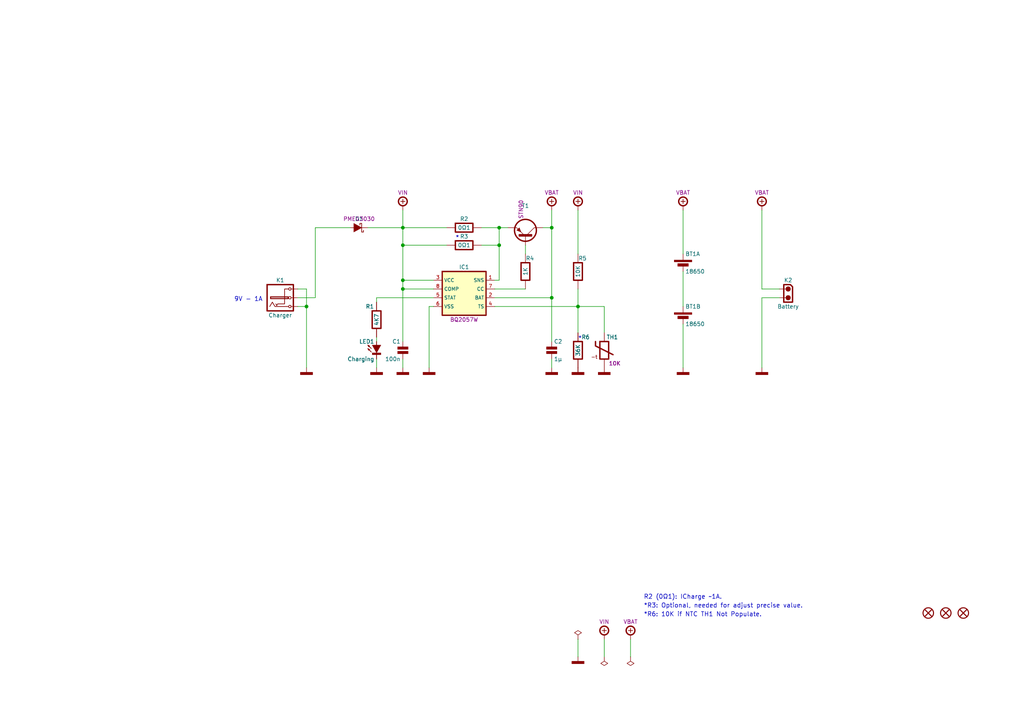
<source format=kicad_sch>
(kicad_sch (version 20211123) (generator eeschema)
  (paper "A4")
  (title_block (title "TBOT - Charger 2x18650") (date "01/2022") (rev "A"))
  (lib_symbols
    (symbol "tronixio:C-1206" (pin_numbers hide) (pin_names (offset 0) hide)
      (property "Reference" "C" (at 0.635 2.54 0))
      (property "Value" "C-1206" (at 0.635 -2.54 0))
      (symbol "C-1206_0_1"
        (rectangle (start -1.524 -0.254) (end 1.524 -1.016) (stroke (width 0.001)) (fill (type outline)))
        (rectangle (start -1.524 1.016) (end 1.524 0.254) (stroke (width 0.001)) (fill (type outline)))
      )
      (symbol "C-1206_1_1"
        (pin passive line (at 0 2.54 270) (length 1.905) (name "~") (number "1"))
        (pin passive line (at 0 -2.54 90) (length 1.905) (name "~") (number "2"))
      )
    )
    (symbol "tronixio:CUI-PJ-102AH-TH" (pin_numbers hide) (pin_names (offset 0) hide)
      (property "Reference" "K" (at 0 5.08 0))
      (property "Value" "CUI-PJ-102AH-TH" (at 0 -5.08 0))
      (symbol "CUI-PJ-102AH-TH_0_1"
        (rectangle (start -3.81 -3.81) (end 3.81 3.81) (stroke (width 0.4)))
        (rectangle (start -2.794 0.254) (end 2.286 -0.254) (stroke (width 0.3)))
        (polyline (pts (xy -3.048 -2.54) (xy -2.286 -1.27) (xy -1.524 -2.54) (xy 2.286 -2.54)) (stroke (width 0.2)))
        (polyline (pts (xy -1.27 -1.778) (xy -1.016 -2.286) (xy -0.762 -1.778) (xy 1.27 -1.778) (xy 1.27 2.54) (xy 2.286 2.54)) (stroke (width 0.2)))
        (circle (center 2.794 -2.54) (radius 0.3592) (stroke (width 0.2)))
        (circle (center 2.794 0) (radius 0.3592) (stroke (width 0.2)))
        (circle (center 2.794 2.54) (radius 0.3592) (stroke (width 0.2)))
      )
      (symbol "CUI-PJ-102AH-TH_1_1"
        (pin passive line (at 5.08 0 180) (length 1.905) (name "~") (number "1"))
        (pin passive line (at 5.08 -2.54 180) (length 1.905) (name "~") (number "2"))
        (pin passive line (at 5.08 2.54 180) (length 1.905) (name "~") (number "3"))
      )
    )
    (symbol "tronixio:KEYSTONE-1049" (pin_numbers hide) (pin_names (offset 0) hide)
      (property "Reference" "BT" (at -1.27 2.54 0))
      (property "Value" "KEYSTONE-1049" (at -1.27 -2.54 0))
      (symbol "KEYSTONE-1049_0_1"
        (rectangle (start -2.54 0.762) (end 2.54 0.254) (fill (type outline)))
        (rectangle (start -1.524 -0.254) (end 1.524 -1.016) (fill (type outline)))
      )
      (symbol "KEYSTONE-1049_1_1"
        (pin passive line (at 0 -2.54 90) (length 1.905) (name "-") (number "1"))
        (pin passive line (at 0 2.54 270) (length 1.905) (name "+") (number "2"))
      )
      (symbol "KEYSTONE-1049_2_1"
        (pin passive line (at 0 -2.54 90) (length 1.905) (name "-") (number "3"))
        (pin passive line (at 0 2.54 270) (length 1.905) (name "+") (number "4"))
      )
    )
    (symbol "tronixio:LED-1206-PURPLE" (pin_numbers hide) (pin_names (offset 0) hide)
      (property "Reference" "LED" (at 0 -2.54 0))
      (property "Value" "LED-1206-PURPLE" (at 0 -5.08 0))
      (symbol "LED-1206-PURPLE_0_1"
        (rectangle (start -1.27 1.27) (end -0.762 -1.27) (stroke (width 0.001)) (fill (type outline)))
        (polyline (pts (xy 1.524 -1.27) (xy 1.524 1.27) (xy -0.762 0) (xy 1.524 -1.27)) (stroke (width 0.001)) (fill (type outline)))
        (polyline (pts (xy -0.508 1.524) (xy 0.508 2.54) (xy 0.254 2.032) (xy 0 2.286) (xy 0.508 2.54)) (stroke (width 0.2)))
        (polyline (pts (xy 0.508 1.524) (xy 1.524 2.54) (xy 1.27 2.032) (xy 1.016 2.286) (xy 1.524 2.54)) (stroke (width 0.2)))
      )
      (symbol "LED-1206-PURPLE_1_1"
        (pin passive line (at -2.54 0 0) (length 1.27) (name "K") (number "1"))
        (pin passive line (at 2.54 0 180) (length 1.27) (name "A") (number "2"))
      )
    )
    (symbol "tronixio:MOLEX-MINI-SPOX-02-RIGHT-ANGLE" (pin_numbers hide) (pin_names (offset 0) hide)
      (property "Reference" "K" (at 0 2.54 0))
      (property "Value" "MOLEX-MINI-SPOX-02-RIGHT-ANGLE" (at 0 -5.08 0))
      (symbol "MOLEX-MINI-SPOX-02-RIGHT-ANGLE_0_1"
        (circle (center 0 -2.54) (radius 0.635) (stroke (width 0.2)) (fill (type outline)))
        (polyline (pts (xy -1.27 -3.81) (xy 1.27 -3.81) (xy 1.27 0.635) (xy 0.635 1.27) (xy -1.27 1.27) (xy -1.27 -3.81)) (stroke (width 0.4)))
        (circle (center 0 0) (radius 0.635) (stroke (width 0.2)) (fill (type outline)))
      )
      (symbol "MOLEX-MINI-SPOX-02-RIGHT-ANGLE_1_1"
        (pin passive line (at -2.54 0 0) (length 1.905) (name "1") (number "1"))
        (pin passive line (at -2.54 -2.54 0) (length 1.905) (name "2") (number "2"))
      )
    )
    (symbol "tronixio:MOUNTING-HOLE-MASK-3MM" (pin_numbers hide) (pin_names (offset 0) hide)
      (symbol "MOUNTING-HOLE-MASK-3MM_0_1"
        (polyline (pts (xy -1.016 -1.016) (xy 1.016 1.016)) (stroke (width 0.3)))
        (polyline (pts (xy 1.016 -1.016) (xy -1.016 1.016)) (stroke (width 0.3)))
        (circle (center 0 0) (radius 1.524) (stroke (width 0.3)))
      )
    )
    (symbol "tronixio:NEXPERIA-PMEG3030" (pin_numbers hide) (pin_names (offset 0) hide)
      (property "Reference" "D" (at 0 2.54 0))
      (property "Name" "PMEG3030" (at 0 -2.54 0))
      (symbol "NEXPERIA-PMEG3030_0_1"
        (polyline (pts (xy 1.524 -1.27) (xy 1.524 1.27) (xy -0.762 0) (xy 1.524 -1.27)) (stroke (width 0.001)) (fill (type outline)))
        (polyline (pts (xy -0.254 -0.762) (xy -0.254 -1.27) (xy -0.762 -1.27) (xy -0.762 1.27) (xy -1.27 1.27) (xy -1.27 0.762)) (stroke (width 0.2)))
      )
      (symbol "NEXPERIA-PMEG3030_1_1"
        (pin passive line (at -2.54 0 0) (length 1.905) (name "C") (number "1"))
        (pin passive line (at 2.54 0 180) (length 1.27) (name "A") (number "2"))
      )
    )
    (symbol "tronixio:POWER-GND" (power) (pin_numbers hide) (pin_names (offset 0) hide)
      (symbol "POWER-GND_0_1"
        (rectangle (start -1.778 -2.032) (end 1.778 -1.27) (stroke (width 0.001)) (fill (type outline)))
      )
      (symbol "POWER-GND_1_1"
        (pin power_in line (at 0 0 270) (length 1.27) (name "GND") (number "1"))
      )
    )
    (symbol "tronixio:POWER-VBAT" (power) (pin_numbers hide) (pin_names (offset 0) hide)
      (property "Name" "VBAT" (at 0 5.08 0))
      (symbol "POWER-VBAT_0_1"
        (polyline (pts (xy -0.635 2.54) (xy 0.635 2.54)) (stroke (width 0.2)))
        (polyline (pts (xy 0 1.905) (xy 0 3.175)) (stroke (width 0.2)))
        (circle (center 0 2.54) (radius 1.27) (stroke (width 0.4)))
      )
      (symbol "POWER-VBAT_1_1"
        (pin power_in line (at 0 0 90) (length 1.27) (name "VBAT") (number "1"))
      )
    )
    (symbol "tronixio:POWER-VIN" (power) (pin_numbers hide) (pin_names (offset 0) hide)
      (property "Name" "VIN" (at 0 5.08 0))
      (symbol "POWER-VIN_0_1"
        (polyline (pts (xy -0.635 2.54) (xy 0.635 2.54)) (stroke (width 0.2)))
        (polyline (pts (xy 0 1.905) (xy 0 3.175)) (stroke (width 0.2)))
        (circle (center 0 2.54) (radius 1.27) (stroke (width 0.4)))
      )
      (symbol "POWER-VIN_1_1"
        (pin power_in line (at 0 0 90) (length 1.27) (name "VIN") (number "1"))
      )
    )
    (symbol "tronixio:PWR_FLAG" (power) (pin_numbers hide) (pin_names (offset 0) hide)
      (symbol "PWR_FLAG_0_0"
        (pin power_out line (at 0 0 90) (length 0) (name "pwr") (number "1"))
      )
      (symbol "PWR_FLAG_0_1"
        (polyline (pts (xy 0 0) (xy 0 1.27) (xy -1.016 1.905) (xy 0 2.54) (xy 1.016 1.905) (xy 0 1.27)))
      )
    )
    (symbol "tronixio:R-1206" (pin_numbers hide) (pin_names (offset 0) hide)
      (property "Reference" "R" (at 2.54 0 90))
      (property "Value" "R-1206" (at 0 0 90))
      (symbol "R-1206_0_1"
        (rectangle (start -1.27 -2.54) (end 1.27 2.54) (stroke (width 0.4)))
      )
      (symbol "R-1206_1_1"
        (pin passive line (at 0 5.08 270) (length 2.54) (name "~") (number "1"))
        (pin passive line (at 0 -5.08 90) (length 2.54) (name "~") (number "2"))
      )
    )
    (symbol "tronixio:R-1210" (pin_numbers hide) (pin_names (offset 0) hide)
      (property "Reference" "R" (at 2.54 0 90))
      (property "Value" "R-1210" (at 0 0 90))
      (symbol "R-1210_0_1"
        (rectangle (start -1.27 -2.54) (end 1.27 2.54) (stroke (width 0.4)))
      )
      (symbol "R-1210_1_1"
        (pin passive line (at 0 5.08 270) (length 2.54) (name "~") (number "1"))
        (pin passive line (at 0 -5.08 90) (length 2.54) (name "~") (number "2"))
      )
    )
    (symbol "tronixio:ST-STN790A" (pin_numbers hide) (pin_names (offset 0) hide)
      (property "Reference" "Q" (at 5.08 1.27 0))
      (property "Name" "STN90" (at 5.08 -1.27 0))
      (symbol "ST-STN790A_0_1"
        (polyline (pts (xy 0.635 0.635) (xy 2.54 2.54)))
        (polyline (pts (xy 0.635 -0.635) (xy 2.54 -2.54) (xy 2.54 -2.54)))
        (polyline (pts (xy 1.27 -1.27) (xy 2.54 -1.778) (xy 1.778 -2.54) (xy 1.27 -1.27)) (stroke (width 0.001)) (fill (type outline)))
        (rectangle (start 0 1.905) (end 0.635 -1.905) (stroke (width 0.1)) (fill (type outline)))
        (circle (center 1.778 0) (radius 3.175) (stroke (width 0.4)))
      )
      (symbol "ST-STN790A_1_1"
        (pin input line (at -2.54 0 0) (length 2.54) (name "B") (number "1"))
        (pin passive line (at 2.54 5.08 270) (length 2.54) (name "C") (number "2"))
        (pin passive line (at 2.54 -5.08 90) (length 2.54) (name "E") (number "3"))
      )
    )
    (symbol "tronixio:THERMISTOR-NTC-10K" (pin_numbers hide) (pin_names (offset 0) hide)
      (property "Reference" "TH" (at 1.27 3.81 0))
      (property "Name" "10K" (at 1.27 -3.81 0))
      (symbol "THERMISTOR-NTC-10K_0_0"
        (text "-t" (at -1.905 -1.905 0) (effects (font (size 1 1)) (justify right)))
      )
      (symbol "THERMISTOR-NTC-10K_0_1"
        (rectangle (start -1.27 -2.54) (end 1.27 2.54) (stroke (width 0.4)))
        (polyline (pts (xy -2.54 2.54) (xy -2.54 1.27) (xy 2.54 -1.27)) (stroke (width 0.4)))
      )
      (symbol "THERMISTOR-NTC-10K_1_1"
        (pin passive line (at 0 5.08 270) (length 2.54) (name "~") (number "1"))
        (pin passive line (at 0 -5.08 90) (length 2.54) (name "~") (number "2"))
      )
    )
    (symbol "tronixio:TI-BQ2057W" (pin_names (offset 0.5))
      (property "Reference" "IC" (at 0 7.62 0))
      (property "Name" "BQ2057W" (at 0 -7.62 0))
      (symbol "TI-BQ2057W_0_1"
        (rectangle (start -6.35 -6.35) (end 6.35 6.35) (stroke (width 0.4)) (fill (type background)))
      )
      (symbol "TI-BQ2057W_1_1"
        (pin input line (at 8.89 3.81 180) (length 2.54) (name "SNS") (number "1"))
        (pin input line (at 8.89 -1.27 180) (length 2.54) (name "BAT") (number "2"))
        (pin power_in line (at -8.89 3.81 0) (length 2.54) (name "VCC") (number "3"))
        (pin input line (at 8.89 -3.81 180) (length 2.54) (name "TS") (number "4"))
        (pin open_collector line (at -8.89 -1.27 0) (length 2.54) (name "STAT") (number "5"))
        (pin power_in line (at -8.89 -3.81 0) (length 2.54) (name "VSS") (number "6"))
        (pin output line (at 8.89 1.27 180) (length 2.54) (name "CC") (number "7"))
        (pin input line (at -8.89 1.27 0) (length 2.54) (name "COMP") (number "8"))
      )
    )
  )
  (junction (at 116.84 66.04) (diameter 0.9144))
  (junction (at 116.84 83.82) (diameter 0.9144))
  (junction (at 144.78 71.12) (diameter 0.9144))
  (junction (at 88.9 88.9) (diameter 0.9144))
  (junction (at 116.84 81.28) (diameter 0.9144))
  (junction (at 167.64 88.9) (diameter 0.9144))
  (junction (at 116.84 71.12) (diameter 0.9144))
  (junction (at 144.78 66.04) (diameter 0.9144))
  (junction (at 160.02 66.04) (diameter 0.9144))
  (junction (at 160.02 86.36) (diameter 0.9144))
  (wire (pts (xy 167.64 88.9) (xy 175.26 88.9)))
  (wire (pts (xy 175.26 96.52) (xy 175.26 88.9)))
  (wire (pts (xy 91.44 66.04) (xy 91.44 86.36)))
  (wire (pts (xy 144.78 71.12) (xy 144.78 81.28)))
  (wire (pts (xy 109.22 97.79) (xy 109.22 99.06)))
  (wire (pts (xy 220.98 86.36) (xy 226.06 86.36)))
  (wire (pts (xy 143.51 81.28) (xy 144.78 81.28)))
  (wire (pts (xy 143.51 88.9) (xy 167.64 88.9)))
  (wire (pts (xy 116.84 60.96) (xy 116.84 66.04)))
  (wire (pts (xy 116.84 66.04) (xy 116.84 71.12)))
  (wire (pts (xy 116.84 71.12) (xy 116.84 81.28)))
  (wire (pts (xy 182.88 185.42) (xy 182.88 190.5)))
  (wire (pts (xy 106.68 66.04) (xy 116.84 66.04)))
  (wire (pts (xy 116.84 104.14) (xy 116.84 106.68)))
  (wire (pts (xy 220.98 86.36) (xy 220.98 106.68)))
  (wire (pts (xy 124.46 88.9) (xy 124.46 106.68)))
  (wire (pts (xy 125.73 88.9) (xy 124.46 88.9)))
  (wire (pts (xy 116.84 83.82) (xy 125.73 83.82)))
  (wire (pts (xy 116.84 81.28) (xy 116.84 83.82)))
  (wire (pts (xy 125.73 81.28) (xy 116.84 81.28)))
  (wire (pts (xy 143.51 86.36) (xy 160.02 86.36)))
  (wire (pts (xy 86.36 86.36) (xy 91.44 86.36)))
  (wire (pts (xy 160.02 104.14) (xy 160.02 106.68)))
  (wire (pts (xy 143.51 83.82) (xy 152.4 83.82)))
  (wire (pts (xy 198.12 60.96) (xy 198.12 73.66)))
  (wire (pts (xy 139.7 66.04) (xy 144.78 66.04)))
  (wire (pts (xy 144.78 66.04) (xy 147.32 66.04)))
  (wire (pts (xy 198.12 78.74) (xy 198.12 88.9)))
  (wire (pts (xy 167.64 60.96) (xy 167.64 73.66)))
  (wire (pts (xy 157.48 66.04) (xy 160.02 66.04)))
  (wire (pts (xy 220.98 60.96) (xy 220.98 83.82)))
  (wire (pts (xy 160.02 86.36) (xy 160.02 99.06)))
  (wire (pts (xy 116.84 71.12) (xy 129.54 71.12)))
  (wire (pts (xy 175.26 185.42) (xy 175.26 190.5)))
  (wire (pts (xy 109.22 86.36) (xy 109.22 87.63)))
  (wire (pts (xy 152.4 71.12) (xy 152.4 73.66)))
  (wire (pts (xy 220.98 83.82) (xy 226.06 83.82)))
  (wire (pts (xy 198.12 93.98) (xy 198.12 106.68)))
  (wire (pts (xy 91.44 66.04) (xy 101.6 66.04)))
  (wire (pts (xy 86.36 83.82) (xy 88.9 83.82)))
  (wire (pts (xy 88.9 83.82) (xy 88.9 88.9)))
  (wire (pts (xy 88.9 88.9) (xy 88.9 106.68)))
  (wire (pts (xy 86.36 88.9) (xy 88.9 88.9)))
  (wire (pts (xy 167.64 185.42) (xy 167.64 190.5)))
  (wire (pts (xy 139.7 71.12) (xy 144.78 71.12)))
  (wire (pts (xy 144.78 71.12) (xy 144.78 66.04)))
  (wire (pts (xy 167.64 83.82) (xy 167.64 88.9)))
  (wire (pts (xy 167.64 88.9) (xy 167.64 96.52)))
  (wire (pts (xy 125.73 86.36) (xy 109.22 86.36)))
  (wire (pts (xy 160.02 60.96) (xy 160.02 66.04)))
  (wire (pts (xy 160.02 66.04) (xy 160.02 86.36)))
  (wire (pts (xy 109.22 104.14) (xy 109.22 106.68)))
  (wire (pts (xy 116.84 66.04) (xy 129.54 66.04)))
  (wire (pts (xy 116.84 83.82) (xy 116.84 99.06)))
  (text "R2 (0Ω1): ICharge ~1A." (at 186.69 173.99 0) (effects (font (size 1.27 1.27)) (justify left bottom)))
  (text "*" (at 132.08 69.85 0) (effects (font (size 1.27 1.27)) (justify left bottom)))
  (text "*R3: Optional, needed for adjust precise value." (at 186.69 176.53 0) (effects (font (size 1.27 1.27)) (justify left bottom)))
  (text "9V - 1A" (at 76.2 87.63 180) (effects (font (size 1.27 1.27)) (justify right bottom)))
  (text "*" (at 167.64 99.06 0) (effects (font (size 1.27 1.27)) (justify left bottom)))
  (text "*R6: 10K if NTC TH1 Not Populate." (at 186.69 179.07 0) (effects (font (size 1.27 1.27)) (justify left bottom)))
  (symbol (lib_id "tronixio:R-1206") (at 152.4 78.74 180) (unit 1)
    (property "Reference" "R4" (at 154.94 74.93 0) (effects (font (size 1.15 1.15)) (justify left)))
    (property "Value" "1K" (at 152.4 78.74 90) (effects (font (size 1.15 1.15))))
    (property "Footprint" "tronixio:RESISTOR-1206" (effects hide))
  )
  (symbol (lib_id "tronixio:POWER-GND") (at 167.64 106.68 0) (unit 1)
    (property "Reference" "#PWR010" (effects hide))
    (property "Value" "POWER-GND" (effects hide))
  )
  (symbol (lib_id "tronixio:KEYSTONE-1049") (at 198.12 76.2 0) (unit 1)
    (property "Reference" "BT1" (at 198.755 73.66 0) (effects (font (size 1.15 1.15)) (justify left)))
    (property "Value" "18650" (at 198.755 78.74 0) (effects (font (size 1.15 1.15)) (justify left)))
    (property "Footprint" "tronixio:KEYSTONE-1049" (effects hide))
    (property "Datasheet" "http://www.keyelco.com/product.cfm/product_id/921" (effects hide))
    (property "Mouser" "534-1049" (effects hide))
  )
  (symbol (lib_id "tronixio:POWER-VBAT") (at 160.02 60.96 0) (unit 1)
    (property "Reference" "#PWR07" (effects hide))
    (property "Value" "POWER-VBAT" (effects hide))
    (property "Name" "VBAT" (at 160.02 55.88 0) (effects (font (size 1.15 1.15))))
  )
  (symbol (lib_id "tronixio:TI-BQ2057W") (at 134.62 85.09 0) (unit 1)
    (property "Reference" "IC1" (at 134.62 77.47 0) (effects (font (size 1.15 1.15))))
    (property "Value" "BQ2057W" (effects hide))
    (property "Footprint" "tronixio:SOIC-08" (effects hide))
    (property "Datasheet" "https://www.ti.com/product/BQ2057W" (effects hide))
    (property "Name" "BQ2057W" (at 134.62 92.71 0) (effects (font (size 1.15 1.15))))
    (property "Mouser" "595-BQ2057WSN" (effects hide))
  )
  (symbol (lib_id "tronixio:POWER-GND") (at 160.02 106.68 0) (unit 1)
    (property "Reference" "#PWR08" (effects hide))
    (property "Value" "POWER-GND" (effects hide))
  )
  (symbol (lib_id "tronixio:R-1210") (at 134.62 66.04 90) (unit 1)
    (property "Reference" "R2" (at 134.62 63.5 90) (effects (font (size 1.15 1.15))))
    (property "Value" "0Ω1" (at 134.62 66.04 90) (effects (font (size 1.15 1.15))))
    (property "Footprint" "tronixio:RESISTOR-1210" (effects hide))
  )
  (symbol (lib_id "tronixio:CUI-PJ-102AH-TH") (at 81.28 86.36 0) (unit 1)
    (property "Reference" "K1" (at 81.28 81.28 0) (effects (font (size 1.15 1.15))))
    (property "Value" "Charger" (at 81.28 91.44 0) (effects (font (size 1.15 1.15))))
    (property "Footprint" "tronixio:CUI-PJ-102AH" (effects hide))
    (property "Datasheet" "https://www.cuidevices.com/product/interconnect/connectors/dc-power-connectors/jacks/pj-102ah" (effects hide))
    (property "Mouser" "490-PJ-102AH" (effects hide))
  )
  (symbol (lib_id "tronixio:KEYSTONE-1049") (at 198.12 91.44 0) (unit 2)
    (property "Reference" "BT1" (at 198.755 88.9 0) (effects (font (size 1.15 1.15)) (justify left)))
    (property "Value" "18650" (at 198.755 93.98 0) (effects (font (size 1.15 1.15)) (justify left)))
    (property "Footprint" "tronixio:KEYSTONE-1049" (effects hide))
    (property "Datasheet" "http://www.keyelco.com/product.cfm/product_id/921" (effects hide))
    (property "Mouser" "534-1049" (effects hide))
  )
  (symbol (lib_id "tronixio:POWER-VBAT") (at 220.98 60.96 0) (unit 1)
    (property "Reference" "#PWR016" (effects hide))
    (property "Value" "POWER-VBAT" (effects hide))
    (property "Name" "VBAT" (at 220.98 55.88 0) (effects (font (size 1.15 1.15))))
  )
  (symbol (lib_id "tronixio:LED-1206-PURPLE") (at 109.22 101.6 90) (unit 1)
    (property "Reference" "LED1" (at 108.585 99.06 90) (effects (font (size 1.15 1.15)) (justify left)))
    (property "Value" "Charging" (at 108.585 104.14 90) (effects (font (size 1.15 1.15)) (justify left)))
    (property "Footprint" "tronixio:LED-1206" (effects hide))
    (property "Datasheet" "https://www.kingbrightusa.com/images/catalog/SPEC/APTR3216-VFX.pdf" (effects hide))
    (property "Mouser" "604-APTR3216-VFX" (effects hide))
  )
  (symbol (lib_id "tronixio:POWER-GND") (at 198.12 106.68 0) (unit 1)
    (property "Reference" "#PWR015" (effects hide))
    (property "Value" "POWER-GND" (effects hide))
  )
  (symbol (lib_id "tronixio:C-1206") (at 160.02 101.6 0) (unit 1)
    (property "Reference" "C2" (at 160.655 99.06 0) (effects (font (size 1.15 1.15)) (justify left)))
    (property "Value" "1µ" (at 160.655 104.14 0) (effects (font (size 1.15 1.15)) (justify left)))
    (property "Footprint" "tronixio:CAPACITOR-1206" (effects hide))
  )
  (symbol (lib_id "tronixio:POWER-GND") (at 88.9 106.68 0) (unit 1)
    (property "Reference" "#PWR01" (effects hide))
    (property "Value" "POWER-GND" (effects hide))
  )
  (symbol (lib_id "tronixio:POWER-VIN") (at 167.64 60.96 0) (unit 1)
    (property "Reference" "#PWR09" (effects hide))
    (property "Value" "POWER-VCC" (effects hide))
    (property "Name" "VIN" (at 167.64 55.88 0) (effects (font (size 1.15 1.15))))
  )
  (symbol (lib_id "tronixio:MOUNTING-HOLE-MASK-3MM") (at 274.32 177.8 0) (unit 1)
    (property "Reference" "H2" (effects hide))
    (property "Value" "MOUNTING-HOLE-MASK-3MM" (effects hide))
    (property "Footprint" "tronixio:M3-MASK" (effects hide))
  )
  (symbol (lib_id "tronixio:R-1206") (at 109.22 92.71 180) (unit 1)
    (property "Reference" "R1" (at 106.045 88.9 0) (effects (font (size 1.15 1.15)) (justify right)))
    (property "Value" "4K7" (at 109.22 92.71 90) (effects (font (size 1.15 1.15))))
    (property "Footprint" "tronixio:RESISTOR-1206" (effects hide))
  )
  (symbol (lib_id "tronixio:POWER-VIN") (at 116.84 60.96 0) (unit 1)
    (property "Reference" "#PWR04" (effects hide))
    (property "Value" "POWER-VCC" (effects hide))
    (property "Name" "VIN" (at 116.84 55.88 0) (effects (font (size 1.15 1.15))))
  )
  (symbol (lib_id "tronixio:ST-STN790A") (at 152.4 68.58 270) (mirror x) (unit 1)
    (property "Reference" "T1" (at 152.4 59.69 90) (effects (font (size 1.15 1.15))))
    (property "Value" "STN790A" (effects hide))
    (property "Footprint" "tronixio:SOT-223-3" (effects hide))
    (property "Datasheet" "https://www.st.com/content/st_com/en/products/power-transistors/power-bipolar/lt-500v-transistors/stn790a.html" (effects hide))
    (property "Name" "STN90" (at 151.13 63.5 0) (effects (font (size 1.15 1.15)) (justify left)))
    (property "Mouser" "511-STN790A" (effects hide))
  )
  (symbol (lib_id "tronixio:POWER-VBAT") (at 198.12 60.96 0) (unit 1)
    (property "Reference" "#PWR014" (effects hide))
    (property "Value" "POWER-VBAT" (effects hide))
    (property "Name" "VBAT" (at 198.12 55.88 0) (effects (font (size 1.15 1.15))))
  )
  (symbol (lib_id "tronixio:MOUNTING-HOLE-MASK-3MM") (at 279.4 177.8 0) (unit 1)
    (property "Reference" "H3" (effects hide))
    (property "Value" "MOUNTING-HOLE-MASK-3MM" (effects hide))
    (property "Footprint" "tronixio:M3-MASK" (effects hide))
  )
  (symbol (lib_id "tronixio:POWER-VIN") (at 175.26 185.42 0) (unit 1)
    (property "Reference" "#PWR012" (effects hide))
    (property "Value" "POWER-VCC" (effects hide))
    (property "Name" "VIN" (at 175.26 180.34 0) (effects (font (size 1.15 1.15))))
  )
  (symbol (lib_id "tronixio:PWR_FLAG") (at 182.88 190.5 180) (unit 1)
    (property "Reference" "#FLG03" (effects hide))
    (property "Value" "PWR_FLAG" (effects hide))
  )
  (symbol (lib_id "tronixio:MOLEX-MINI-SPOX-02-RIGHT-ANGLE") (at 228.6 83.82 0) (unit 1)
    (property "Reference" "K2" (at 228.6 81.28 0) (effects (font (size 1.15 1.15))))
    (property "Value" "Battery" (at 228.6 88.9 0) (effects (font (size 1.15 1.15))))
    (property "Footprint" "tronixio:MOLEX-22057025" (effects hide))
    (property "Datasheet" "https://www.molex.com/molex/products/part-detail/pcb_headers/0022057025" (effects hide))
    (property "Mouser" "538-22-05-7025" (effects hide))
  )
  (symbol (lib_id "tronixio:C-1206") (at 116.84 101.6 0) (unit 1)
    (property "Reference" "C1" (at 116.205 99.06 0) (effects (font (size 1.15 1.15)) (justify right)))
    (property "Value" "100n" (at 116.205 104.14 0) (effects (font (size 1.15 1.15)) (justify right)))
    (property "Footprint" "tronixio:CAPACITOR-1206" (effects hide))
  )
  (symbol (lib_id "tronixio:POWER-GND") (at 220.98 106.68 0) (unit 1)
    (property "Reference" "#PWR017" (effects hide))
    (property "Value" "POWER-GND" (effects hide))
  )
  (symbol (lib_id "tronixio:R-1206") (at 167.64 78.74 180) (unit 1)
    (property "Reference" "R5" (at 170.18 74.93 0) (effects (font (size 1.15 1.15)) (justify left)))
    (property "Value" "10K" (at 167.64 78.74 90) (effects (font (size 1.15 1.15))))
    (property "Footprint" "tronixio:RESISTOR-1206" (effects hide))
  )
  (symbol (lib_id "tronixio:R-1210") (at 134.62 71.12 90) (unit 1)
    (property "Reference" "R3" (at 134.62 68.58 90) (effects (font (size 1.15 1.15))))
    (property "Value" "0Ω1" (at 134.62 71.12 90) (effects (font (size 1.15 1.15))))
    (property "Footprint" "tronixio:RESISTOR-1210" (effects hide))
  )
  (symbol (lib_id "tronixio:POWER-GND") (at 124.46 106.68 0) (unit 1)
    (property "Reference" "#PWR06" (effects hide))
    (property "Value" "POWER-GND" (effects hide))
  )
  (symbol (lib_id "tronixio:MOUNTING-HOLE-MASK-3MM") (at 269.24 177.8 0) (unit 1)
    (property "Reference" "H1" (effects hide))
    (property "Value" "MOUNTING-HOLE-MASK-3MM" (effects hide))
    (property "Footprint" "tronixio:M3-MASK" (effects hide))
  )
  (symbol (lib_id "tronixio:POWER-GND") (at 167.64 190.5 0) (unit 1)
    (property "Reference" "#PWR013" (effects hide))
    (property "Value" "POWER-GND" (effects hide))
  )
  (symbol (lib_id "tronixio:POWER-GND") (at 109.22 106.68 0) (unit 1)
    (property "Reference" "#PWR03" (effects hide))
    (property "Value" "POWER-GND" (effects hide))
  )
  (symbol (lib_id "tronixio:POWER-GND") (at 116.84 106.68 0) (unit 1)
    (property "Reference" "#PWR05" (effects hide))
    (property "Value" "POWER-GND" (effects hide))
  )
  (symbol (lib_id "tronixio:THERMISTOR-NTC-10K") (at 175.26 101.6 0) (unit 1)
    (property "Reference" "TH1" (at 175.895 97.79 0) (effects (font (size 1.15 1.15)) (justify left)))
    (property "Value" "10K" (effects hide))
    (property "Footprint" "tronixio:THERMISTOR" (effects hide))
    (property "Datasheet" "http://www.vishay.com/product?docid=29154" (effects hide))
    (property "Name" "10K" (at 176.53 105.41 0) (effects (font (size 1.15 1.15)) (justify left)))
    (property "Mouser" "594-NTCLE213E3103FL" (effects hide))
  )
  (symbol (lib_id "tronixio:R-1206") (at 167.64 101.6 180) (unit 1)
    (property "Reference" "R6" (at 171.08 97.79 0) (effects (font (size 1.15 1.15)) (justify left)))
    (property "Value" "36K" (at 167.64 101.6 90) (effects (font (size 1.15 1.15))))
    (property "Footprint" "tronixio:RESISTOR-1206" (effects hide))
  )
  (symbol (lib_id "tronixio:POWER-GND") (at 175.26 106.68 0) (unit 1)
    (property "Reference" "#PWR011" (effects hide))
    (property "Value" "POWER-GND" (effects hide))
  )
  (symbol (lib_id "tronixio:NEXPERIA-PMEG3030") (at 104.14 66.04 180) (unit 1)
    (property "Reference" "D1" (at 104.14 63.5 0) (effects (font (size 1.15 1.15))))
    (property "Value" "PMEG3030" (effects hide))
    (property "Footprint" "tronixio:SOD-128" (effects hide))
    (property "Datasheet" "https://www.nexperia.com/search.html?q=pmeg3030&searchCategory=product" (effects hide))
    (property "Name" "PMEG3030" (at 104.14 63.5 0) (effects (font (size 1.15 1.15))))
    (property "Mouser" "771-PMEG3030EP115" (effects hide))
  )
  (symbol (lib_id "tronixio:PWR_FLAG") (at 175.26 190.5 180) (unit 1)
    (property "Reference" "#FLG01" (effects hide))
    (property "Value" "PWR_FLAG" (effects hide))
  )
  (symbol (lib_id "tronixio:PWR_FLAG") (at 167.64 185.42 0) (unit 1)
    (property "Reference" "#FLG02" (effects hide))
    (property "Value" "PWR_FLAG" (effects hide))
  )
  (symbol (lib_id "tronixio:POWER-VBAT") (at 182.88 185.42 0) (unit 1)
    (property "Reference" "#PWR02" (effects hide))
    (property "Value" "POWER-VBAT" (effects hide))
    (property "Name" "VBAT" (at 182.88 180.34 0) (effects (font (size 1.15 1.15))))
  )
)
</source>
